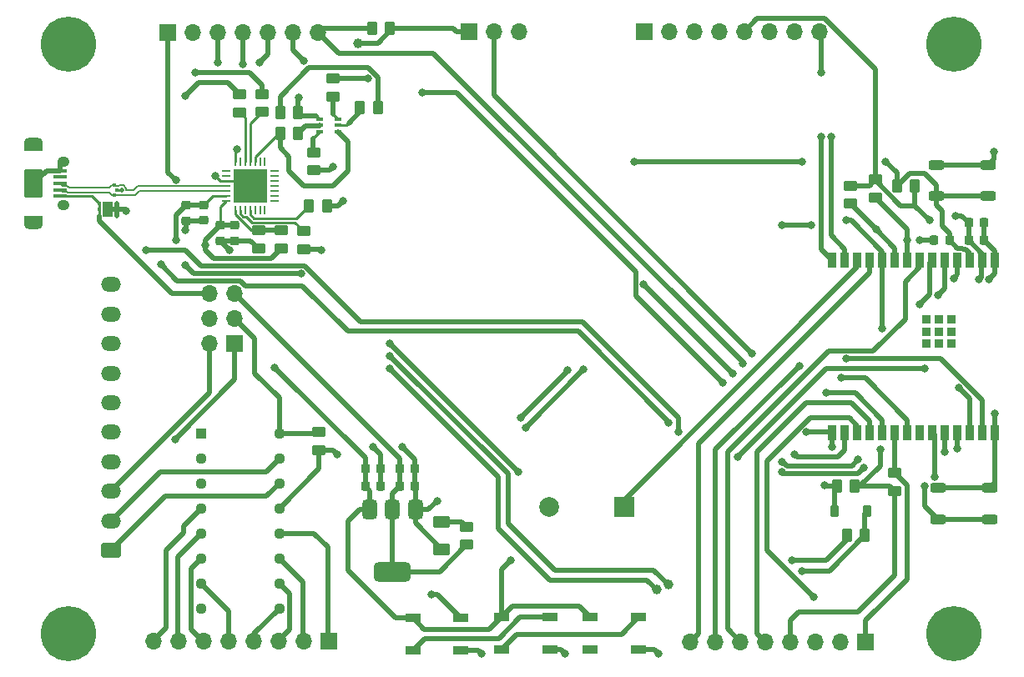
<source format=gtl>
G04 #@! TF.GenerationSoftware,KiCad,Pcbnew,8.0.6*
G04 #@! TF.CreationDate,2025-02-16T00:38:08-05:00*
G04 #@! TF.ProjectId,SCAN_mainboard,5343414e-5f6d-4616-996e-626f6172642e,v1.0*
G04 #@! TF.SameCoordinates,Original*
G04 #@! TF.FileFunction,Copper,L1,Top*
G04 #@! TF.FilePolarity,Positive*
%FSLAX46Y46*%
G04 Gerber Fmt 4.6, Leading zero omitted, Abs format (unit mm)*
G04 Created by KiCad (PCBNEW 8.0.6) date 2025-02-16 00:38:08*
%MOMM*%
%LPD*%
G01*
G04 APERTURE LIST*
G04 Aperture macros list*
%AMRoundRect*
0 Rectangle with rounded corners*
0 $1 Rounding radius*
0 $2 $3 $4 $5 $6 $7 $8 $9 X,Y pos of 4 corners*
0 Add a 4 corners polygon primitive as box body*
4,1,4,$2,$3,$4,$5,$6,$7,$8,$9,$2,$3,0*
0 Add four circle primitives for the rounded corners*
1,1,$1+$1,$2,$3*
1,1,$1+$1,$4,$5*
1,1,$1+$1,$6,$7*
1,1,$1+$1,$8,$9*
0 Add four rect primitives between the rounded corners*
20,1,$1+$1,$2,$3,$4,$5,0*
20,1,$1+$1,$4,$5,$6,$7,0*
20,1,$1+$1,$6,$7,$8,$9,0*
20,1,$1+$1,$8,$9,$2,$3,0*%
G04 Aperture macros list end*
G04 #@! TA.AperFunction,ComponentPad*
%ADD10C,5.600000*%
G04 #@! TD*
G04 #@! TA.AperFunction,ComponentPad*
%ADD11RoundRect,0.250001X0.759999X-0.499999X0.759999X0.499999X-0.759999X0.499999X-0.759999X-0.499999X0*%
G04 #@! TD*
G04 #@! TA.AperFunction,ComponentPad*
%ADD12O,2.020000X1.500000*%
G04 #@! TD*
G04 #@! TA.AperFunction,ComponentPad*
%ADD13R,1.700000X1.700000*%
G04 #@! TD*
G04 #@! TA.AperFunction,ComponentPad*
%ADD14O,1.700000X1.700000*%
G04 #@! TD*
G04 #@! TA.AperFunction,SMDPad,CuDef*
%ADD15RoundRect,0.250000X-0.262500X-0.450000X0.262500X-0.450000X0.262500X0.450000X-0.262500X0.450000X0*%
G04 #@! TD*
G04 #@! TA.AperFunction,SMDPad,CuDef*
%ADD16RoundRect,0.093750X0.093750X0.106250X-0.093750X0.106250X-0.093750X-0.106250X0.093750X-0.106250X0*%
G04 #@! TD*
G04 #@! TA.AperFunction,HeatsinkPad*
%ADD17R,1.000000X1.600000*%
G04 #@! TD*
G04 #@! TA.AperFunction,SMDPad,CuDef*
%ADD18RoundRect,0.090000X-0.660000X-0.360000X0.660000X-0.360000X0.660000X0.360000X-0.660000X0.360000X0*%
G04 #@! TD*
G04 #@! TA.AperFunction,SMDPad,CuDef*
%ADD19RoundRect,0.250000X-0.450000X0.262500X-0.450000X-0.262500X0.450000X-0.262500X0.450000X0.262500X0*%
G04 #@! TD*
G04 #@! TA.AperFunction,SMDPad,CuDef*
%ADD20RoundRect,0.250000X0.262500X0.450000X-0.262500X0.450000X-0.262500X-0.450000X0.262500X-0.450000X0*%
G04 #@! TD*
G04 #@! TA.AperFunction,ComponentPad*
%ADD21R,2.000000X2.000000*%
G04 #@! TD*
G04 #@! TA.AperFunction,ComponentPad*
%ADD22C,2.000000*%
G04 #@! TD*
G04 #@! TA.AperFunction,SMDPad,CuDef*
%ADD23RoundRect,0.250000X0.450000X-0.262500X0.450000X0.262500X-0.450000X0.262500X-0.450000X-0.262500X0*%
G04 #@! TD*
G04 #@! TA.AperFunction,ComponentPad*
%ADD24O,1.900000X1.000000*%
G04 #@! TD*
G04 #@! TA.AperFunction,SMDPad,CuDef*
%ADD25R,1.900000X0.875000*%
G04 #@! TD*
G04 #@! TA.AperFunction,ComponentPad*
%ADD26O,1.250000X1.050000*%
G04 #@! TD*
G04 #@! TA.AperFunction,SMDPad,CuDef*
%ADD27RoundRect,0.250000X-0.700000X1.200000X-0.700000X-1.200000X0.700000X-1.200000X0.700000X1.200000X0*%
G04 #@! TD*
G04 #@! TA.AperFunction,SMDPad,CuDef*
%ADD28RoundRect,0.100000X-0.575000X0.100000X-0.575000X-0.100000X0.575000X-0.100000X0.575000X0.100000X0*%
G04 #@! TD*
G04 #@! TA.AperFunction,SMDPad,CuDef*
%ADD29RoundRect,0.225000X-0.250000X0.225000X-0.250000X-0.225000X0.250000X-0.225000X0.250000X0.225000X0*%
G04 #@! TD*
G04 #@! TA.AperFunction,SMDPad,CuDef*
%ADD30RoundRect,0.250000X-0.525000X-0.250000X0.525000X-0.250000X0.525000X0.250000X-0.525000X0.250000X0*%
G04 #@! TD*
G04 #@! TA.AperFunction,SMDPad,CuDef*
%ADD31RoundRect,0.225000X-0.225000X-0.375000X0.225000X-0.375000X0.225000X0.375000X-0.225000X0.375000X0*%
G04 #@! TD*
G04 #@! TA.AperFunction,ComponentPad*
%ADD32R,1.130000X1.130000*%
G04 #@! TD*
G04 #@! TA.AperFunction,ComponentPad*
%ADD33C,1.130000*%
G04 #@! TD*
G04 #@! TA.AperFunction,SMDPad,CuDef*
%ADD34RoundRect,0.225000X-0.225000X-0.250000X0.225000X-0.250000X0.225000X0.250000X-0.225000X0.250000X0*%
G04 #@! TD*
G04 #@! TA.AperFunction,SMDPad,CuDef*
%ADD35RoundRect,0.250000X0.625000X-0.375000X0.625000X0.375000X-0.625000X0.375000X-0.625000X-0.375000X0*%
G04 #@! TD*
G04 #@! TA.AperFunction,HeatsinkPad*
%ADD36R,3.350000X3.350000*%
G04 #@! TD*
G04 #@! TA.AperFunction,SMDPad,CuDef*
%ADD37RoundRect,0.062500X-0.062500X-0.337500X0.062500X-0.337500X0.062500X0.337500X-0.062500X0.337500X0*%
G04 #@! TD*
G04 #@! TA.AperFunction,SMDPad,CuDef*
%ADD38RoundRect,0.062500X-0.337500X-0.062500X0.337500X-0.062500X0.337500X0.062500X-0.337500X0.062500X0*%
G04 #@! TD*
G04 #@! TA.AperFunction,SMDPad,CuDef*
%ADD39RoundRect,0.225000X0.225000X0.250000X-0.225000X0.250000X-0.225000X-0.250000X0.225000X-0.250000X0*%
G04 #@! TD*
G04 #@! TA.AperFunction,SMDPad,CuDef*
%ADD40RoundRect,0.375000X-0.375000X0.625000X-0.375000X-0.625000X0.375000X-0.625000X0.375000X0.625000X0*%
G04 #@! TD*
G04 #@! TA.AperFunction,SMDPad,CuDef*
%ADD41RoundRect,0.500000X-1.400000X0.500000X-1.400000X-0.500000X1.400000X-0.500000X1.400000X0.500000X0*%
G04 #@! TD*
G04 #@! TA.AperFunction,SMDPad,CuDef*
%ADD42RoundRect,0.100000X-0.225000X-0.100000X0.225000X-0.100000X0.225000X0.100000X-0.225000X0.100000X0*%
G04 #@! TD*
G04 #@! TA.AperFunction,SMDPad,CuDef*
%ADD43R,0.299999X0.299999*%
G04 #@! TD*
G04 #@! TA.AperFunction,SMDPad,CuDef*
%ADD44R,0.889000X1.498600*%
G04 #@! TD*
G04 #@! TA.AperFunction,SMDPad,CuDef*
%ADD45R,0.812800X0.812800*%
G04 #@! TD*
G04 #@! TA.AperFunction,ViaPad*
%ADD46C,0.800000*%
G04 #@! TD*
G04 #@! TA.AperFunction,ViaPad*
%ADD47C,0.500000*%
G04 #@! TD*
G04 #@! TA.AperFunction,ViaPad*
%ADD48C,1.000000*%
G04 #@! TD*
G04 #@! TA.AperFunction,Conductor*
%ADD49C,0.500000*%
G04 #@! TD*
G04 #@! TA.AperFunction,Conductor*
%ADD50C,0.250000*%
G04 #@! TD*
G04 #@! TA.AperFunction,Conductor*
%ADD51C,0.200000*%
G04 #@! TD*
G04 APERTURE END LIST*
D10*
X191770000Y-127000000D03*
X191770000Y-67160000D03*
X101930000Y-127000000D03*
X101930000Y-67160000D03*
D11*
X106320000Y-118580000D03*
D12*
X106320000Y-115580000D03*
X106320000Y-112580000D03*
X106320000Y-109580000D03*
X106320000Y-106580000D03*
X106320000Y-103580000D03*
X106320000Y-100580000D03*
X106320000Y-97580000D03*
X106320000Y-94580000D03*
X106320000Y-91580000D03*
D13*
X118850000Y-97580000D03*
D14*
X116310000Y-97580000D03*
X118850000Y-95040000D03*
X116310000Y-95040000D03*
X118850000Y-92500000D03*
X116310000Y-92500000D03*
D15*
X179937500Y-112080000D03*
X181762500Y-112080000D03*
D16*
X106850000Y-84630000D03*
X106850000Y-83980000D03*
X106850000Y-83330000D03*
X105075000Y-83330000D03*
X105075000Y-83980000D03*
X105075000Y-84630000D03*
D17*
X105962500Y-83980000D03*
D18*
X145900000Y-125350000D03*
X145900000Y-128650000D03*
X150800000Y-128650000D03*
X150800000Y-125350000D03*
D19*
X127380000Y-106580000D03*
X127380000Y-108405000D03*
D13*
X160365000Y-65890000D03*
D14*
X162905000Y-65890000D03*
X165445000Y-65890000D03*
X167985000Y-65890000D03*
X170525000Y-65890000D03*
X173065000Y-65890000D03*
X175605000Y-65890000D03*
X178145000Y-65890000D03*
D15*
X126350000Y-83580000D03*
X128175000Y-83580000D03*
D20*
X187850000Y-81580000D03*
X186025000Y-81580000D03*
D21*
X158350000Y-114150000D03*
D22*
X150750000Y-114150000D03*
D23*
X121580000Y-74072500D03*
X121580000Y-72247500D03*
D18*
X136900000Y-125430000D03*
X136900000Y-128730000D03*
X141800000Y-128730000D03*
X141800000Y-125430000D03*
D19*
X183845000Y-80897500D03*
X183845000Y-82722500D03*
D24*
X98450000Y-85480000D03*
D25*
X98450000Y-85042500D03*
D26*
X101450000Y-83530000D03*
D27*
X98450000Y-81305000D03*
D26*
X101450000Y-79080000D03*
D25*
X98450000Y-77567500D03*
D24*
X98450000Y-77130000D03*
D28*
X101125000Y-80005000D03*
X101125000Y-80655000D03*
X101125000Y-81305000D03*
X101125000Y-81955000D03*
X101125000Y-82605000D03*
D18*
X154900000Y-125350000D03*
X154900000Y-128650000D03*
X159800000Y-128650000D03*
X159800000Y-125350000D03*
D15*
X134592500Y-65580000D03*
X132767500Y-65580000D03*
D29*
X115646000Y-83530000D03*
X115646000Y-85080000D03*
D30*
X190225000Y-112245000D03*
X195475000Y-112245000D03*
X190225000Y-115445000D03*
X195475000Y-115445000D03*
D23*
X121234000Y-86080000D03*
X121234000Y-87905000D03*
D31*
X183000000Y-114580000D03*
X179700000Y-114580000D03*
D29*
X117350000Y-85580000D03*
X117350000Y-87130000D03*
X113868000Y-83553000D03*
X113868000Y-85103000D03*
D14*
X147650000Y-65890000D03*
X145110000Y-65890000D03*
D13*
X142570000Y-65890000D03*
D19*
X181305000Y-81532500D03*
X181305000Y-83357500D03*
D13*
X182850000Y-127865000D03*
D14*
X180310000Y-127865000D03*
X177770000Y-127865000D03*
X175230000Y-127865000D03*
X172690000Y-127865000D03*
X170150000Y-127865000D03*
X167610000Y-127865000D03*
X165070000Y-127865000D03*
D32*
X115410000Y-106690000D03*
D33*
X115410000Y-109230000D03*
X115410000Y-111770000D03*
X115410000Y-114310000D03*
X115410000Y-116850000D03*
X115410000Y-119390000D03*
X115410000Y-121930000D03*
X115410000Y-124470000D03*
X123350000Y-124470000D03*
X123350000Y-121930000D03*
X123350000Y-119390000D03*
X123350000Y-116850000D03*
X123350000Y-114310000D03*
X123350000Y-111770000D03*
X123350000Y-109230000D03*
X123350000Y-106690000D03*
D14*
X127325000Y-65970000D03*
X124785000Y-65970000D03*
X122245000Y-65970000D03*
X119705000Y-65970000D03*
X117165000Y-65970000D03*
X114625000Y-65970000D03*
D13*
X112085000Y-65970000D03*
D19*
X185750000Y-110697500D03*
X185750000Y-112522500D03*
D34*
X135575000Y-112090000D03*
X137125000Y-112090000D03*
D13*
X128420000Y-127795000D03*
D14*
X125880000Y-127795000D03*
X123340000Y-127795000D03*
X120800000Y-127795000D03*
X118260000Y-127795000D03*
X115720000Y-127795000D03*
X113180000Y-127795000D03*
X110640000Y-127795000D03*
D19*
X126850000Y-78167500D03*
X126850000Y-79992500D03*
D23*
X119350000Y-74112500D03*
X119350000Y-72287500D03*
D19*
X123520000Y-86080000D03*
X123520000Y-87905000D03*
D35*
X139850000Y-118480000D03*
X139850000Y-115680000D03*
D23*
X125806000Y-87992500D03*
X125806000Y-86167500D03*
D30*
X190025000Y-79426000D03*
X195275000Y-79426000D03*
X190025000Y-82626000D03*
X195275000Y-82626000D03*
D36*
X120400000Y-81580000D03*
D37*
X118900000Y-79130000D03*
X119400000Y-79130000D03*
X119900000Y-79130000D03*
X120400000Y-79130000D03*
X120900000Y-79130000D03*
X121400000Y-79130000D03*
X121900000Y-79130000D03*
D38*
X122850000Y-80080000D03*
X122850000Y-80580000D03*
X122850000Y-81080000D03*
X122850000Y-81580000D03*
X122850000Y-82080000D03*
X122850000Y-82580000D03*
X122850000Y-83080000D03*
D37*
X121900000Y-84030000D03*
X121400000Y-84030000D03*
X120900000Y-84030000D03*
X120400000Y-84030000D03*
X119900000Y-84030000D03*
X119400000Y-84030000D03*
X118900000Y-84030000D03*
D38*
X117950000Y-83080000D03*
X117950000Y-82580000D03*
X117950000Y-82080000D03*
X117950000Y-81580000D03*
X117950000Y-81080000D03*
X117950000Y-80580000D03*
X117950000Y-80080000D03*
D15*
X180937500Y-117080000D03*
X182762500Y-117080000D03*
D39*
X191351000Y-87080000D03*
X189801000Y-87080000D03*
D34*
X132075000Y-110236000D03*
X133625000Y-110236000D03*
D20*
X123437500Y-74080000D03*
X125262500Y-74080000D03*
D15*
X123437500Y-76200000D03*
X125262500Y-76200000D03*
D40*
X137150000Y-114430000D03*
X134850000Y-114430000D03*
D41*
X134850000Y-120730000D03*
D40*
X132550000Y-114430000D03*
D20*
X133350000Y-73580000D03*
X131525000Y-73580000D03*
D23*
X142350000Y-117992500D03*
X142350000Y-116167500D03*
D42*
X127450000Y-74780000D03*
X127450000Y-75430000D03*
X127450000Y-76080000D03*
X129350000Y-76080000D03*
X129350000Y-75430000D03*
X129350000Y-74780000D03*
D29*
X118850000Y-85580000D03*
X118850000Y-87130000D03*
D34*
X132075000Y-112080000D03*
X133625000Y-112080000D03*
X135575000Y-110236000D03*
X137125000Y-110236000D03*
X193309000Y-85330000D03*
X194859000Y-85330000D03*
X193309000Y-87080000D03*
X194859000Y-87080000D03*
D43*
X106599998Y-82479998D03*
X106599998Y-81480000D03*
X106850000Y-81979999D03*
D44*
X195990000Y-89100000D03*
X194720000Y-89100000D03*
X193450000Y-89100000D03*
X192180000Y-89100000D03*
X190910000Y-89100000D03*
X189640000Y-89100000D03*
X188370000Y-89100000D03*
X187100000Y-89100000D03*
X185830000Y-89100000D03*
X184560000Y-89100000D03*
X183290000Y-89100000D03*
X182020000Y-89100000D03*
X180750000Y-89100000D03*
X179480000Y-89100000D03*
X179480000Y-106600000D03*
X180750000Y-106600000D03*
X182020000Y-106600000D03*
X183290000Y-106600000D03*
X184560000Y-106600000D03*
X185830000Y-106600000D03*
X187100000Y-106600000D03*
X188370000Y-106600000D03*
X189640000Y-106600000D03*
X190910000Y-106600000D03*
X192180000Y-106600000D03*
X193450000Y-106600000D03*
X194720000Y-106600000D03*
X195990000Y-106600000D03*
D45*
X190270000Y-96345000D03*
X191520000Y-95095000D03*
X190270000Y-95095000D03*
X189020000Y-95095000D03*
X189020000Y-96345000D03*
X189020000Y-97595000D03*
X190270000Y-97595000D03*
X191520000Y-97595000D03*
X191520000Y-96345000D03*
D23*
X128850000Y-72492500D03*
X128850000Y-70667500D03*
D46*
X184350000Y-108330000D03*
X125600000Y-90447000D03*
X127584000Y-88080000D03*
X113850000Y-89580000D03*
X112850000Y-87080000D03*
X135850000Y-108080000D03*
X132850000Y-108080000D03*
X129850000Y-83080000D03*
X112850000Y-80978000D03*
X163850000Y-106580000D03*
X162850000Y-105580000D03*
X174350000Y-109580000D03*
X174350000Y-110580000D03*
X182680000Y-110160000D03*
X182100000Y-109330000D03*
X192180000Y-108250000D03*
X190850000Y-108580000D03*
X111335000Y-89565000D03*
X109850000Y-88080000D03*
X125350000Y-72580000D03*
X119100000Y-77830000D03*
X116850000Y-80580000D03*
X118325000Y-88105000D03*
X189850000Y-111080000D03*
X147600000Y-110580000D03*
X134600000Y-97580000D03*
X134600000Y-98803000D03*
X134600000Y-100080000D03*
X121350000Y-69080000D03*
X119705000Y-69225000D03*
X117165000Y-69080000D03*
X125850000Y-68857000D03*
X137850000Y-72080000D03*
X168350000Y-101580000D03*
X175600000Y-108830000D03*
X170350000Y-99580000D03*
X178850000Y-102580000D03*
X180350000Y-101080000D03*
X171350000Y-98580000D03*
X132350000Y-70667500D03*
X147850000Y-105080000D03*
X148350000Y-106080000D03*
X154225000Y-100205000D03*
X152600000Y-100303000D03*
X174350000Y-85580000D03*
X177350000Y-85580000D03*
X122899422Y-100030578D03*
X139350000Y-113580000D03*
X177600000Y-123330000D03*
X146850000Y-119580000D03*
X175350000Y-119580000D03*
X191765000Y-90995000D03*
X190193749Y-92670000D03*
X188350000Y-93580000D03*
X169350000Y-100580000D03*
X160308078Y-91523078D03*
X112785000Y-107265000D03*
X194350000Y-91080000D03*
X159350000Y-79080000D03*
X176350000Y-79080000D03*
X184850000Y-79080000D03*
X176850000Y-106580000D03*
X180850000Y-85080000D03*
X178350000Y-70080000D03*
X178350000Y-76580000D03*
X183938750Y-85991250D03*
X187100000Y-87080000D03*
X188290000Y-87080000D03*
X189350000Y-85080000D03*
X191955500Y-84582000D03*
X195850000Y-78080000D03*
X113850000Y-86080000D03*
D47*
X107350000Y-81979999D03*
D46*
X115850000Y-87580000D03*
X113850000Y-72400000D03*
X114850000Y-70080000D03*
X107850000Y-84080000D03*
X161850000Y-129080000D03*
X152350000Y-129080000D03*
X143850000Y-129080000D03*
X195350000Y-91080000D03*
X195990000Y-104720000D03*
X190270000Y-96345000D03*
X192350000Y-102080000D03*
X188850000Y-100080000D03*
X169850000Y-109080000D03*
X129259500Y-108814500D03*
X180850000Y-99080000D03*
X176100000Y-99830000D03*
X179480000Y-108080000D03*
X188850000Y-112080000D03*
X184560000Y-96080000D03*
X178711000Y-111941000D03*
X179350000Y-76580000D03*
X128850000Y-79580000D03*
X176350000Y-120650000D03*
X138760000Y-123040000D03*
D48*
X161620000Y-122555000D03*
X131350000Y-67080000D03*
X162850000Y-122080000D03*
D49*
X131525000Y-74037000D02*
X131525000Y-73580000D01*
X130378000Y-75184000D02*
X131525000Y-74037000D01*
D50*
X130132000Y-75430000D02*
X130378000Y-75184000D01*
X129350000Y-75430000D02*
X130132000Y-75430000D01*
D49*
X125262500Y-76200000D02*
X126024500Y-75438000D01*
D50*
X127450000Y-76080000D02*
X126762500Y-76767500D01*
X129350000Y-74780000D02*
X128850000Y-74280000D01*
X127450000Y-74780000D02*
X127092000Y-74422000D01*
D49*
X188798000Y-80264000D02*
X190025000Y-81491000D01*
X187341000Y-80264000D02*
X188798000Y-80264000D01*
X190025000Y-81491000D02*
X190025000Y-82626000D01*
X186025000Y-81580000D02*
X187341000Y-80264000D01*
X127270000Y-106690000D02*
X127380000Y-106580000D01*
X123350000Y-106690000D02*
X127270000Y-106690000D01*
X129259500Y-108814500D02*
X128850000Y-108405000D01*
X128850000Y-108405000D02*
X127380000Y-108405000D01*
X127092000Y-74422000D02*
X125604500Y-74422000D01*
X125604500Y-74422000D02*
X125262500Y-74080000D01*
D50*
X125094000Y-84836000D02*
X126350000Y-83580000D01*
X120806001Y-84836000D02*
X125094000Y-84836000D01*
X120400000Y-84429999D02*
X120806001Y-84836000D01*
X120400000Y-84030000D02*
X120400000Y-84429999D01*
X120618500Y-85315500D02*
X124954000Y-85315500D01*
X119705498Y-84682000D02*
X119985000Y-84682000D01*
X119400000Y-84376502D02*
X119705498Y-84682000D01*
X124954000Y-85315500D02*
X125806000Y-86167500D01*
X119400000Y-84030000D02*
X119400000Y-84376502D01*
X119985000Y-84682000D02*
X120618500Y-85315500D01*
X120498001Y-86080000D02*
X121234000Y-86080000D01*
X119577000Y-85158999D02*
X120498001Y-86080000D01*
X119303814Y-84878000D02*
X119577000Y-85151186D01*
X119296001Y-84878000D02*
X119303814Y-84878000D01*
X118900000Y-84481999D02*
X119296001Y-84878000D01*
X118900000Y-84030000D02*
X118900000Y-84481999D01*
X119577000Y-85151186D02*
X119577000Y-85158999D01*
D49*
X145618000Y-127508000D02*
X147776000Y-125350000D01*
X138122000Y-127508000D02*
X145618000Y-127508000D01*
X136900000Y-128730000D02*
X138122000Y-127508000D01*
X147776000Y-125350000D02*
X150800000Y-125350000D01*
X115850000Y-87080000D02*
X117350000Y-85580000D01*
X115850000Y-88080000D02*
X115850000Y-87080000D01*
X122525000Y-88900000D02*
X116670000Y-88900000D01*
X123520000Y-87905000D02*
X122525000Y-88900000D01*
X116670000Y-88900000D02*
X115850000Y-88080000D01*
X113850000Y-88080000D02*
X109850000Y-88080000D01*
X125940000Y-89670000D02*
X115440000Y-89670000D01*
X115440000Y-89670000D02*
X113850000Y-88080000D01*
X163850000Y-105080000D02*
X154100000Y-95330000D01*
X154100000Y-95330000D02*
X131600000Y-95330000D01*
X163850000Y-106580000D02*
X163850000Y-105080000D01*
X131600000Y-95330000D02*
X125940000Y-89670000D01*
X114694000Y-90424000D02*
X125506000Y-90424000D01*
X125506000Y-90424000D02*
X125600000Y-90330000D01*
X113850000Y-89580000D02*
X114694000Y-90424000D01*
X125714000Y-91694000D02*
X130350000Y-96330000D01*
X153698844Y-96330000D02*
X162948844Y-105580000D01*
X119882478Y-91694000D02*
X125714000Y-91694000D01*
X119388478Y-91200000D02*
X119882478Y-91694000D01*
X112970000Y-91200000D02*
X119388478Y-91200000D01*
X130350000Y-96330000D02*
X153698844Y-96330000D01*
X111335000Y-89565000D02*
X112970000Y-91200000D01*
X147044000Y-124206000D02*
X153756000Y-124206000D01*
X145900000Y-125350000D02*
X147044000Y-124206000D01*
X153756000Y-124206000D02*
X154900000Y-125350000D01*
X180750000Y-108378000D02*
X180750000Y-106600000D01*
X175850000Y-109080000D02*
X180048000Y-109080000D01*
X180048000Y-109080000D02*
X180750000Y-108378000D01*
X175600000Y-108830000D02*
X175850000Y-109080000D01*
X174850844Y-109982000D02*
X174448844Y-109580000D01*
X181448000Y-109982000D02*
X174850844Y-109982000D01*
X174448844Y-109580000D02*
X174350000Y-109580000D01*
X182100000Y-109330000D02*
X181448000Y-109982000D01*
X174514000Y-110744000D02*
X174350000Y-110580000D01*
X182096000Y-110744000D02*
X174514000Y-110744000D01*
X182680000Y-110160000D02*
X182096000Y-110744000D01*
X178711000Y-111941000D02*
X178850000Y-112080000D01*
X178850000Y-112080000D02*
X179937500Y-112080000D01*
X190025000Y-83523000D02*
X190025000Y-82626000D01*
X190576000Y-85598000D02*
X190576000Y-84074000D01*
X190576000Y-84074000D02*
X190025000Y-83523000D01*
X191351000Y-87080000D02*
X191351000Y-86373000D01*
X191351000Y-86373000D02*
X190576000Y-85598000D01*
D50*
X116596000Y-82580000D02*
X115646000Y-83530000D01*
D49*
X113868000Y-85103000D02*
X115623000Y-85103000D01*
X115623000Y-85103000D02*
X115646000Y-85080000D01*
X113868000Y-83553000D02*
X115623000Y-83553000D01*
X115623000Y-83553000D02*
X115646000Y-83530000D01*
D50*
X117950000Y-82580000D02*
X116596000Y-82580000D01*
D49*
X113868000Y-86062000D02*
X113850000Y-86080000D01*
X112850000Y-84571000D02*
X112850000Y-87080000D01*
X113868000Y-83553000D02*
X112850000Y-84571000D01*
X113868000Y-85103000D02*
X113868000Y-86062000D01*
D50*
X123317500Y-76200000D02*
X123437500Y-76200000D01*
X120900000Y-79130000D02*
X120900000Y-78617500D01*
D49*
X123437500Y-77667500D02*
X123437500Y-76200000D01*
X124350000Y-78580000D02*
X123437500Y-77667500D01*
X124350000Y-80080000D02*
X124350000Y-78580000D01*
D50*
X120900000Y-78617500D02*
X123317500Y-76200000D01*
D49*
X128850000Y-81580000D02*
X125850000Y-81580000D01*
X130350000Y-80080000D02*
X128850000Y-81580000D01*
X129350000Y-76080000D02*
X130350000Y-77080000D01*
X130350000Y-77080000D02*
X130350000Y-80080000D01*
X125850000Y-81580000D02*
X124350000Y-80080000D01*
X127496500Y-87992500D02*
X125806000Y-87992500D01*
X127584000Y-88080000D02*
X127496500Y-87992500D01*
X118850000Y-87130000D02*
X120459000Y-87130000D01*
X120459000Y-87130000D02*
X121234000Y-87905000D01*
X123520000Y-86080000D02*
X121234000Y-86080000D01*
X137125000Y-111080000D02*
X137125000Y-110236000D01*
X135575000Y-109225000D02*
X135575000Y-110236000D01*
X118850000Y-92500000D02*
X135575000Y-109225000D01*
X135575000Y-112090000D02*
X135575000Y-110236000D01*
X133625000Y-108855000D02*
X132850000Y-108080000D01*
X133625000Y-110236000D02*
X133625000Y-108855000D01*
X132075000Y-112080000D02*
X132075000Y-110236000D01*
X133625000Y-112080000D02*
X133625000Y-110236000D01*
X132075000Y-109206156D02*
X132075000Y-110236000D01*
X122899422Y-100030578D02*
X132075000Y-109206156D01*
X195850000Y-78851000D02*
X195850000Y-78080000D01*
X195275000Y-79426000D02*
X195850000Y-78851000D01*
X190025000Y-79426000D02*
X195275000Y-79426000D01*
X190025000Y-82626000D02*
X195275000Y-82626000D01*
X191955500Y-84582000D02*
X192561000Y-84582000D01*
X192561000Y-84582000D02*
X193309000Y-85330000D01*
X193001500Y-87973700D02*
X193450000Y-88422200D01*
X193450000Y-88422200D02*
X193450000Y-89100000D01*
X192697700Y-87973700D02*
X193001500Y-87973700D01*
X192608000Y-87884000D02*
X192697700Y-87973700D01*
X192155000Y-87884000D02*
X192608000Y-87884000D01*
X191351000Y-87080000D02*
X192155000Y-87884000D01*
X189801000Y-87080000D02*
X188290000Y-87080000D01*
X195910000Y-89020000D02*
X195990000Y-89100000D01*
X195910000Y-88131000D02*
X195910000Y-89020000D01*
X194859000Y-87080000D02*
X195910000Y-88131000D01*
X194720000Y-88491000D02*
X193309000Y-87080000D01*
X194720000Y-89100000D02*
X194720000Y-88491000D01*
X194859000Y-87080000D02*
X194859000Y-85330000D01*
X193309000Y-85330000D02*
X193309000Y-87080000D01*
X178683478Y-64590000D02*
X183845000Y-69751522D01*
X171825000Y-64590000D02*
X178683478Y-64590000D01*
X170525000Y-65890000D02*
X171825000Y-64590000D01*
X183845000Y-69751522D02*
X183845000Y-80897500D01*
D51*
X106100000Y-82204999D02*
X106374999Y-82479998D01*
X101865219Y-82204999D02*
X106100000Y-82204999D01*
X101838220Y-82178000D02*
X101865219Y-82204999D01*
X101361603Y-82178000D02*
X101838220Y-82178000D01*
X101138603Y-81955000D02*
X101361603Y-82178000D01*
X106374999Y-82479998D02*
X106599998Y-82479998D01*
X106374999Y-81480000D02*
X106599998Y-81480000D01*
X106100000Y-81754999D02*
X106374999Y-81480000D01*
X102065219Y-81754999D02*
X106100000Y-81754999D01*
X101838220Y-81528000D02*
X102065219Y-81754999D01*
X101348000Y-81528000D02*
X101838220Y-81528000D01*
X101125000Y-81955000D02*
X101138603Y-81955000D01*
X101125000Y-81305000D02*
X101348000Y-81528000D01*
D50*
X104350000Y-82605000D02*
X105075000Y-83330000D01*
D49*
X98450000Y-81305000D02*
X99750000Y-80005000D01*
X99750000Y-80005000D02*
X101125000Y-80005000D01*
D50*
X101125000Y-82605000D02*
X104350000Y-82605000D01*
D49*
X101125000Y-79405000D02*
X101450000Y-79080000D01*
X101125000Y-80005000D02*
X101125000Y-79405000D01*
X192180000Y-108250000D02*
X192180000Y-106600000D01*
X112785000Y-107265000D02*
X118850000Y-101200000D01*
X118850000Y-101200000D02*
X118850000Y-97580000D01*
X181177800Y-105080000D02*
X182020000Y-105922200D01*
X177600000Y-123330000D02*
X172850000Y-118580000D01*
X182020000Y-105922200D02*
X182020000Y-106600000D01*
X172850000Y-109481156D02*
X177251156Y-105080000D01*
X177251156Y-105080000D02*
X181177800Y-105080000D01*
X172850000Y-118580000D02*
X172850000Y-109481156D01*
X184350000Y-110005000D02*
X184350000Y-108330000D01*
X182275000Y-112080000D02*
X184350000Y-110005000D01*
X181762500Y-112080000D02*
X182275000Y-112080000D01*
X182055000Y-124830000D02*
X185750000Y-121135000D01*
X176085000Y-124830000D02*
X182055000Y-124830000D01*
X185750000Y-121135000D02*
X185750000Y-112522500D01*
X175230000Y-125685000D02*
X176085000Y-124830000D01*
X175230000Y-127865000D02*
X175230000Y-125685000D01*
X176350000Y-120650000D02*
X179192500Y-120650000D01*
X179192500Y-120650000D02*
X182762500Y-117080000D01*
X146600000Y-115830000D02*
X146600000Y-110803000D01*
X151350000Y-120580000D02*
X146600000Y-115830000D01*
X161350000Y-120580000D02*
X151350000Y-120580000D01*
X146600000Y-110803000D02*
X134600000Y-98803000D01*
X162850000Y-122080000D02*
X161350000Y-120580000D01*
X160645000Y-121580000D02*
X161620000Y-122555000D01*
X150790610Y-121580000D02*
X160645000Y-121580000D01*
X145600000Y-116389390D02*
X150790610Y-121580000D01*
X145600000Y-111080000D02*
X145600000Y-116389390D01*
X134600000Y-100080000D02*
X145600000Y-111080000D01*
X147600000Y-110580000D02*
X134600000Y-97580000D01*
X148350000Y-106080000D02*
X154225000Y-100205000D01*
X147850000Y-105080000D02*
X152600000Y-100330000D01*
X152600000Y-100330000D02*
X152600000Y-100303000D01*
X118142500Y-71080000D02*
X119350000Y-72287500D01*
X115170000Y-71080000D02*
X118142500Y-71080000D01*
X113850000Y-72400000D02*
X115170000Y-71080000D01*
X112085000Y-80213000D02*
X112085000Y-65970000D01*
X112850000Y-80978000D02*
X112085000Y-80213000D01*
X120350000Y-70080000D02*
X121580000Y-71310000D01*
X121580000Y-71310000D02*
X121580000Y-72247500D01*
X114850000Y-70080000D02*
X120350000Y-70080000D01*
X125850000Y-68857000D02*
X124785000Y-67792000D01*
X124785000Y-67792000D02*
X124785000Y-65970000D01*
X126350000Y-69580000D02*
X123437500Y-72492500D01*
X123437500Y-72492500D02*
X123437500Y-74080000D01*
X126350000Y-69580000D02*
X132361344Y-69580000D01*
X133350000Y-70568656D02*
X133350000Y-73580000D01*
X132361344Y-69580000D02*
X133350000Y-70568656D01*
X132350000Y-70667500D02*
X128850000Y-70667500D01*
X129435000Y-68080000D02*
X127325000Y-65970000D01*
X138963844Y-68080000D02*
X129435000Y-68080000D01*
X170350000Y-99580000D02*
X170350000Y-99466156D01*
X170350000Y-99466156D02*
X138963844Y-68080000D01*
X134592500Y-65837500D02*
X134592500Y-65580000D01*
X131350000Y-67080000D02*
X133350000Y-67080000D01*
X133350000Y-67080000D02*
X134592500Y-65837500D01*
X159531078Y-92761078D02*
X168350000Y-101580000D01*
X141350000Y-72080000D02*
X159531078Y-90261078D01*
X137850000Y-72080000D02*
X141350000Y-72080000D01*
X159531078Y-90261078D02*
X159531078Y-92761078D01*
X137125000Y-109355000D02*
X135850000Y-108080000D01*
X137125000Y-111080000D02*
X137125000Y-109355000D01*
X137125000Y-112090000D02*
X137125000Y-111080000D01*
D50*
X119900000Y-81080000D02*
X120400000Y-81580000D01*
X117950000Y-81080000D02*
X119900000Y-81080000D01*
D49*
X129350000Y-83580000D02*
X129850000Y-83080000D01*
X128175000Y-83580000D02*
X129350000Y-83580000D01*
X178850000Y-100080000D02*
X188850000Y-100080000D01*
X169850000Y-109080000D02*
X178850000Y-100080000D01*
X188370000Y-89777800D02*
X188370000Y-89100000D01*
X186850000Y-91297800D02*
X188370000Y-89777800D01*
X183627000Y-98303000D02*
X186850000Y-95080000D01*
X186850000Y-95080000D02*
X186850000Y-91297800D01*
X168850000Y-108580000D02*
X179127000Y-98303000D01*
X168850000Y-126565000D02*
X168850000Y-108580000D01*
X170150000Y-127865000D02*
X168850000Y-126565000D01*
X179127000Y-98303000D02*
X183627000Y-98303000D01*
X189850000Y-106810000D02*
X189640000Y-106600000D01*
X189850000Y-111080000D02*
X189850000Y-106810000D01*
X190910000Y-108520000D02*
X190850000Y-108580000D01*
X190910000Y-106600000D02*
X190910000Y-108520000D01*
X105075000Y-85146500D02*
X105075000Y-84630000D01*
X112428500Y-92500000D02*
X105075000Y-85146500D01*
X116310000Y-92500000D02*
X112428500Y-92500000D01*
X117165000Y-69080000D02*
X117165000Y-65970000D01*
X122245000Y-68185000D02*
X122245000Y-65970000D01*
X121350000Y-69080000D02*
X122245000Y-68185000D01*
X119705000Y-69225000D02*
X119705000Y-65970000D01*
D50*
X117350000Y-81080000D02*
X117950000Y-81080000D01*
X116850000Y-80580000D02*
X117350000Y-81080000D01*
D49*
X125262500Y-72667500D02*
X125350000Y-72580000D01*
X125262500Y-74080000D02*
X125262500Y-72667500D01*
D50*
X118900000Y-78030000D02*
X119100000Y-77830000D01*
X118900000Y-79130000D02*
X118900000Y-78030000D01*
D49*
X141300000Y-65890000D02*
X142570000Y-65890000D01*
X140990000Y-65580000D02*
X141300000Y-65890000D01*
X134592500Y-65580000D02*
X140990000Y-65580000D01*
X127715000Y-65580000D02*
X127325000Y-65970000D01*
X132767500Y-65580000D02*
X127715000Y-65580000D01*
X179480000Y-108080000D02*
X179480000Y-106600000D01*
X182762500Y-117080000D02*
X182762500Y-114817500D01*
X182762500Y-114817500D02*
X183000000Y-114580000D01*
X179700000Y-112317500D02*
X179937500Y-112080000D01*
X179700000Y-114580000D02*
X179700000Y-112317500D01*
X180937500Y-117492500D02*
X180937500Y-117080000D01*
X178850000Y-119580000D02*
X180937500Y-117492500D01*
X175350000Y-119580000D02*
X178850000Y-119580000D01*
X181762500Y-112080000D02*
X185307500Y-112080000D01*
X185307500Y-112080000D02*
X185750000Y-112522500D01*
X160308078Y-91538078D02*
X169350000Y-100580000D01*
X160308078Y-91523078D02*
X160308078Y-91538078D01*
X181789300Y-102580000D02*
X178850000Y-102580000D01*
X184560000Y-105350700D02*
X181789300Y-102580000D01*
X184560000Y-106600000D02*
X184560000Y-105350700D01*
X187100000Y-105350700D02*
X187100000Y-106600000D01*
X182829300Y-101080000D02*
X187100000Y-105350700D01*
X180350000Y-101080000D02*
X182829300Y-101080000D01*
X145110000Y-72340000D02*
X171350000Y-98580000D01*
X145110000Y-65890000D02*
X145110000Y-72340000D01*
X177350000Y-85580000D02*
X174350000Y-85580000D01*
X138500000Y-114430000D02*
X139350000Y-113580000D01*
X137150000Y-114430000D02*
X138500000Y-114430000D01*
X179460000Y-106580000D02*
X179480000Y-106600000D01*
X176850000Y-106580000D02*
X179460000Y-106580000D01*
X183290000Y-105471100D02*
X183290000Y-106600000D01*
X181398900Y-103580000D02*
X183290000Y-105471100D01*
X171850000Y-108580000D02*
X176850000Y-103580000D01*
X176850000Y-103580000D02*
X181398900Y-103580000D01*
X171850000Y-127025000D02*
X171850000Y-108580000D01*
X172690000Y-127865000D02*
X171850000Y-127025000D01*
X167610000Y-108320000D02*
X167610000Y-127865000D01*
X176100000Y-99830000D02*
X167610000Y-108320000D01*
X146850000Y-119580000D02*
X145900000Y-120530000D01*
X145900000Y-120530000D02*
X145900000Y-125350000D01*
X192180000Y-90580000D02*
X192180000Y-89100000D01*
X191765000Y-90995000D02*
X192180000Y-90580000D01*
X190193749Y-92670000D02*
X190910000Y-91953749D01*
X190910000Y-91953749D02*
X190910000Y-89100000D01*
X189350000Y-92580000D02*
X189350000Y-89390000D01*
X189350000Y-89390000D02*
X189640000Y-89100000D01*
X188350000Y-93580000D02*
X189350000Y-92580000D01*
X184560000Y-96080000D02*
X184560000Y-89100000D01*
X123350000Y-103080000D02*
X123350000Y-106690000D01*
X120850000Y-100580000D02*
X123350000Y-103080000D01*
X120850000Y-97040000D02*
X120850000Y-100580000D01*
X118850000Y-95040000D02*
X120850000Y-97040000D01*
X116310000Y-102590000D02*
X106320000Y-112580000D01*
X116310000Y-97580000D02*
X116310000Y-102590000D01*
X194720000Y-103351156D02*
X194720000Y-106600000D01*
X180850000Y-99080000D02*
X190448844Y-99080000D01*
X190448844Y-99080000D02*
X194720000Y-103351156D01*
X194573000Y-89247000D02*
X194573000Y-90857000D01*
X194573000Y-90857000D02*
X194350000Y-91080000D01*
X194720000Y-89100000D02*
X194573000Y-89247000D01*
X176350000Y-79080000D02*
X159350000Y-79080000D01*
X178350000Y-87970000D02*
X179480000Y-89100000D01*
X178350000Y-76580000D02*
X178350000Y-87970000D01*
X180750000Y-87980000D02*
X180750000Y-89100000D01*
X179350000Y-86580000D02*
X180750000Y-87980000D01*
X179350000Y-76580000D02*
X179350000Y-86580000D01*
X186025000Y-80255000D02*
X184850000Y-79080000D01*
X186025000Y-81580000D02*
X186025000Y-80255000D01*
X181350000Y-85080000D02*
X184560000Y-88290000D01*
X184560000Y-88290000D02*
X184560000Y-89100000D01*
X180850000Y-85080000D02*
X181350000Y-85080000D01*
X178350000Y-66095000D02*
X178145000Y-65890000D01*
X178350000Y-70080000D02*
X178350000Y-66095000D01*
X183938750Y-85991250D02*
X185830000Y-87882500D01*
X187100000Y-85977500D02*
X187100000Y-87080000D01*
X183845000Y-82722500D02*
X187100000Y-85977500D01*
X187100000Y-87080000D02*
X187100000Y-89100000D01*
X186418862Y-83580000D02*
X183845000Y-81006138D01*
X187850000Y-83580000D02*
X186418862Y-83580000D01*
X183845000Y-81006138D02*
X183845000Y-80897500D01*
X187850000Y-83580000D02*
X187850000Y-81580000D01*
X189350000Y-85080000D02*
X187850000Y-83580000D01*
D51*
X108768202Y-82479998D02*
X106599998Y-82479998D01*
X117349999Y-82080000D02*
X117324999Y-82055000D01*
X117950000Y-82080000D02*
X117349999Y-82080000D01*
X106722998Y-81603000D02*
X106599998Y-81480000D01*
X107052419Y-81603000D02*
X106722998Y-81603000D01*
X107152420Y-81502999D02*
X107052419Y-81603000D01*
X107547580Y-81502999D02*
X107152420Y-81502999D01*
X107827000Y-81782419D02*
X107547580Y-81502999D01*
X107827000Y-82029997D02*
X107827000Y-81782419D01*
X109193200Y-82055000D02*
X108768202Y-82479998D01*
X108581803Y-82029997D02*
X107827000Y-82029997D01*
X109006800Y-81605000D02*
X108581803Y-82029997D01*
X117349999Y-81580000D02*
X117324999Y-81605000D01*
X117324999Y-82055000D02*
X109193200Y-82055000D01*
X117950000Y-81580000D02*
X117349999Y-81580000D01*
X117324999Y-81605000D02*
X109006800Y-81605000D01*
D50*
X107350000Y-81979999D02*
X106850000Y-81979999D01*
D49*
X111820000Y-113080000D02*
X122040000Y-113080000D01*
X106320000Y-118580000D02*
X111820000Y-113080000D01*
X122040000Y-113080000D02*
X123350000Y-111770000D01*
X111320000Y-110580000D02*
X122000000Y-110580000D01*
X122000000Y-110580000D02*
X123350000Y-109230000D01*
X106320000Y-115580000D02*
X111320000Y-110580000D01*
X107750000Y-83980000D02*
X107850000Y-84080000D01*
X106850000Y-83980000D02*
X107750000Y-83980000D01*
X131500000Y-114430000D02*
X132550000Y-114430000D01*
X130350000Y-115580000D02*
X131500000Y-114430000D01*
X130350000Y-120580000D02*
X130350000Y-115580000D01*
X135200000Y-125430000D02*
X130350000Y-120580000D01*
X136900000Y-125430000D02*
X135200000Y-125430000D01*
X161420000Y-128650000D02*
X161850000Y-129080000D01*
X159800000Y-128650000D02*
X161420000Y-128650000D01*
X151920000Y-128650000D02*
X152350000Y-129080000D01*
X150800000Y-128650000D02*
X151920000Y-128650000D01*
X143500000Y-128730000D02*
X143850000Y-129080000D01*
X141800000Y-128730000D02*
X143500000Y-128730000D01*
X193450000Y-103180000D02*
X193450000Y-106600000D01*
X192350000Y-102080000D02*
X193450000Y-103180000D01*
X158350000Y-113447800D02*
X158350000Y-114150000D01*
X182020000Y-89777800D02*
X158350000Y-113447800D01*
X182020000Y-89100000D02*
X182020000Y-89777800D01*
X183290000Y-89100000D02*
X183290000Y-90349300D01*
X183290000Y-90349300D02*
X165920000Y-107719300D01*
X165920000Y-107719300D02*
X165920000Y-127015000D01*
X165920000Y-127015000D02*
X165070000Y-127865000D01*
X195990000Y-90440000D02*
X195350000Y-91080000D01*
X195990000Y-89100000D02*
X195990000Y-90440000D01*
X195990000Y-106600000D02*
X195990000Y-104720000D01*
X188850000Y-114070000D02*
X190225000Y-115445000D01*
X188850000Y-112080000D02*
X188850000Y-114070000D01*
X195475000Y-112245000D02*
X195990000Y-111730000D01*
X195990000Y-111730000D02*
X195990000Y-106600000D01*
X190225000Y-112245000D02*
X195475000Y-112245000D01*
X190225000Y-115445000D02*
X195475000Y-115445000D01*
X137150000Y-112115000D02*
X137125000Y-112090000D01*
X137150000Y-114430000D02*
X137150000Y-112115000D01*
X137150000Y-115780000D02*
X139850000Y-118480000D01*
X137150000Y-114430000D02*
X137150000Y-115780000D01*
X117350000Y-87130000D02*
X118850000Y-87130000D01*
X106850000Y-83980000D02*
X105962500Y-83980000D01*
X106850000Y-83980000D02*
X106850000Y-84630000D01*
X106850000Y-83330000D02*
X106850000Y-83980000D01*
X185830000Y-87882500D02*
X185830000Y-89100000D01*
X181305000Y-83357500D02*
X183938750Y-85991250D01*
X158070000Y-127080000D02*
X159800000Y-125350000D01*
X147470000Y-127080000D02*
X158070000Y-127080000D01*
X145900000Y-128650000D02*
X147470000Y-127080000D01*
X111880000Y-126405000D02*
X110490000Y-127795000D01*
X111880000Y-118580000D02*
X111880000Y-126405000D01*
X113640000Y-116080000D02*
X113640000Y-116820000D01*
X113640000Y-116820000D02*
X111880000Y-118580000D01*
X115410000Y-114310000D02*
X113640000Y-116080000D01*
X185750000Y-106680000D02*
X185830000Y-106600000D01*
X185750000Y-110697500D02*
X185750000Y-106680000D01*
X118850000Y-85580000D02*
X117350000Y-85580000D01*
X128437500Y-79992500D02*
X128850000Y-79580000D01*
X126850000Y-79992500D02*
X128437500Y-79992500D01*
X126762500Y-76767500D02*
X126762500Y-78080000D01*
X128850000Y-72492500D02*
X128850000Y-74280000D01*
D50*
X117350000Y-83680000D02*
X117350000Y-85580000D01*
X117950000Y-83080000D02*
X117350000Y-83680000D01*
X105075000Y-83980000D02*
X105075000Y-84630000D01*
X105075000Y-83330000D02*
X105075000Y-83980000D01*
X120400000Y-75252500D02*
X121580000Y-74072500D01*
X120400000Y-79130000D02*
X120400000Y-75252500D01*
X119900000Y-79130000D02*
X119900000Y-74662500D01*
X119900000Y-74662500D02*
X119350000Y-74112500D01*
D49*
X123350000Y-114310000D02*
X127380000Y-110280000D01*
X127380000Y-110280000D02*
X127380000Y-108405000D01*
X120800000Y-127020000D02*
X123350000Y-124470000D01*
X120800000Y-127795000D02*
X120800000Y-127020000D01*
X118260000Y-127795000D02*
X118260000Y-124780000D01*
X118260000Y-124780000D02*
X115410000Y-121930000D01*
X124365000Y-126620000D02*
X123190000Y-127795000D01*
X123350000Y-121930000D02*
X124365000Y-122945000D01*
X114395000Y-126620000D02*
X115570000Y-127795000D01*
X114395000Y-120405000D02*
X114395000Y-126620000D01*
X126850000Y-116850000D02*
X128270000Y-118270000D01*
X115410000Y-116850000D02*
X113030000Y-119230000D01*
X128270000Y-118270000D02*
X128270000Y-127795000D01*
X125730000Y-121770000D02*
X125730000Y-127795000D01*
X115410000Y-119390000D02*
X114395000Y-120405000D01*
X123350000Y-119390000D02*
X125730000Y-121770000D01*
X124365000Y-122945000D02*
X124365000Y-126620000D01*
X113030000Y-119230000D02*
X113030000Y-127795000D01*
X123350000Y-116850000D02*
X126850000Y-116850000D01*
X141800000Y-125430000D02*
X139410000Y-123040000D01*
X144670000Y-126580000D02*
X145900000Y-125350000D01*
X139410000Y-123040000D02*
X138760000Y-123040000D01*
X138050000Y-126580000D02*
X144670000Y-126580000D01*
X136900000Y-125430000D02*
X138050000Y-126580000D01*
X139612500Y-120730000D02*
X134850000Y-120730000D01*
X134850000Y-120730000D02*
X134850000Y-114430000D01*
X142350000Y-117992500D02*
X139612500Y-120730000D01*
X134850000Y-112815000D02*
X135575000Y-112090000D01*
X134850000Y-114430000D02*
X134850000Y-112815000D01*
X132550000Y-112555000D02*
X132075000Y-112080000D01*
X132550000Y-114430000D02*
X132550000Y-112555000D01*
X139850000Y-115680000D02*
X141862500Y-115680000D01*
X141862500Y-115680000D02*
X142350000Y-116167500D01*
X187020000Y-111967500D02*
X185750000Y-110697500D01*
X187020000Y-121515000D02*
X187020000Y-111967500D01*
X182850000Y-127865000D02*
X182850000Y-125685000D01*
X183210000Y-81532500D02*
X183845000Y-80897500D01*
X182850000Y-125685000D02*
X187020000Y-121515000D01*
X181305000Y-81532500D02*
X183210000Y-81532500D01*
X118325000Y-88105000D02*
X117350000Y-87130000D01*
X126024500Y-75438000D02*
X127442000Y-75438000D01*
X127442000Y-75438000D02*
X127450000Y-75430000D01*
M02*

</source>
